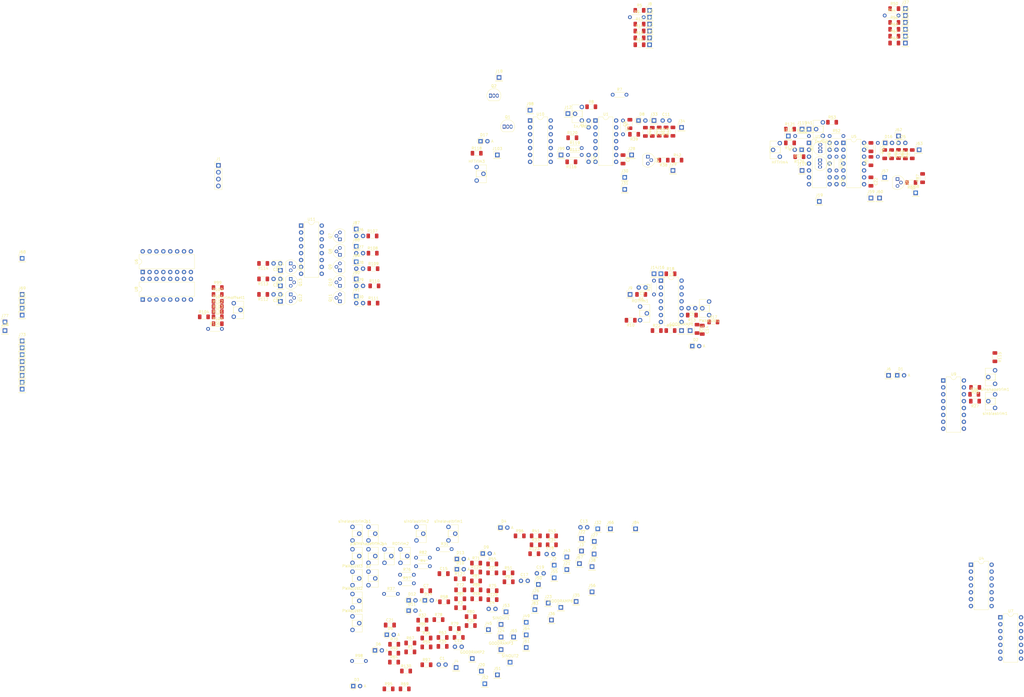
<source format=kicad_pcb>
(kicad_pcb (version 20211014) (generator pcbnew)
  (layers (0 "F.Cu" signal) (31 "B.Cu" signal) (34 "B.Paste" user) (35 "F.Paste" user) (36 "B.SilkS" user "B.Silkscreen") (37 "F.SilkS" user "F.Silkscreen") (38 "B.Mask" user) (39 "F.Mask" user) (44 "Edge.Cuts" user))
  (net 0 "")
  (net 1 "Net-(1v/Oct1-Pad1)")
  (net 2 "Net-(1v/Oct1-Pad2)")
  (net 3 "Net-(1v/Oct1-Pad3)")
  (net 4 "Net-(1v/Oct2-Pad1)")
  (net 5 "Net-(1v/Oct2-Pad2)")
  (net 6 "Net-(1v/Oct2-Pad3)")
  (net 7 "+12V")
  (net 8 "-12V")
  (net 9 "Net-(C2-Pad1)")
  (net 10 "GND")
  (net 11 "Net-(C3-Pad1)")
  (net 12 "Net-(C4-Pad1)")
  (net 13 "Net-(C5-Pad2)")
  (net 14 "Net-(C7-Pad1)")
  (net 15 "Net-(C7-Pad2)")
  (net 16 "Net-(C8-Pad1)")
  (net 17 "Net-(C8-Pad2)")
  (net 18 "Net-(C9-Pad1)")
  (net 19 "Net-(C9-Pad2)")
  (net 20 "Net-(C10-Pad1)")
  (net 21 "Net-(C10-Pad2)")
  (net 22 "Net-(C11-Pad1)")
  (net 23 "Net-(C12-Pad1)")
  (net 24 "Net-(C13-Pad1)")
  (net 25 "Net-(C14-Pad1)")
  (net 26 "Net-(C15-Pad1)")
  (net 27 "Net-(C16-Pad1)")
  (net 28 "Net-(C17-Pad1)")
  (net 29 "Net-(C18-Pad1)")
  (net 30 "Net-(C19-Pad2)")
  (net 31 "Net-(C21-Pad1)")
  (net 32 "Net-(C21-Pad2)")
  (net 33 "Net-(C22-Pad1)")
  (net 34 "Net-(C22-Pad2)")
  (net 35 "Net-(C23-Pad1)")
  (net 36 "Net-(C23-Pad2)")
  (net 37 "Net-(C24-Pad1)")
  (net 38 "Net-(C24-Pad2)")
  (net 39 "Net-(C25-Pad1)")
  (net 40 "Net-(C26-Pad1)")
  (net 41 "Net-(C26-Pad2)")
  (net 42 "Net-(C27-Pad1)")
  (net 43 "Net-(C27-Pad2)")
  (net 44 "Net-(C28-Pad1)")
  (net 45 "Net-(C28-Pad2)")
  (net 46 "Net-(C29-Pad1)")
  (net 47 "Net-(C29-Pad2)")
  (net 48 "Net-(C30-Pad1)")
  (net 49 "Net-(C30-Pad2)")
  (net 50 "Net-(C31-Pad1)")
  (net 51 "Net-(C31-Pad2)")
  (net 52 "Net-(C32-Pad1)")
  (net 53 "Net-(C32-Pad2)")
  (net 54 "Net-(C33-Pad1)")
  (net 55 "Net-(C33-Pad2)")
  (net 56 "Net-(C34-Pad1)")
  (net 57 "Net-(C34-Pad2)")
  (net 58 "Net-(C35-Pad1)")
  (net 59 "Net-(D1-Pad1)")
  (net 60 "Net-(D2-Pad1)")
  (net 61 "Net-(D4-Pad1)")
  (net 62 "Net-(D5-Pad1)")
  (net 63 "Net-(D9-Pad1)")
  (net 64 "Net-(D10-Pad1)")
  (net 65 "Net-(D12-Pad1)")
  (net 66 "Net-(D13-Pad1)")
  (net 67 "Net-(D17-Pad1)")
  (net 68 "Net-(D17-Pad2)")
  (net 69 "Net-(D18-Pad1)")
  (net 70 "Net-(D18-Pad2)")
  (net 71 "Net-(GOODRAMP1-Pad1)")
  (net 72 "Net-(GOODRAMP2-Pad1)")
  (net 73 "Net-(GOODRAMP3-Pad1)")
  (net 74 "Net-(GOODRAMP6-Pad1)")
  (net 75 "Net-(HFTrim3-Pad2)")
  (net 76 "Net-(C35-Pad2)")
  (net 77 "Net-(HFTrim4-Pad2)")
  (net 78 "Net-(J2-Pad1)")
  (net 79 "Net-(J3-Pad1)")
  (net 80 "Net-(J4-Pad1)")
  (net 81 "Net-(J5-Pad1)")
  (net 82 "Net-(J8-Pad1)")
  (net 83 "Net-(J9-Pad1)")
  (net 84 "Net-(J10-Pad1)")
  (net 85 "Net-(J11-Pad1)")
  (net 86 "Net-(J13-Pad1)")
  (net 87 "Net-(J14-Pad1)")
  (net 88 "Net-(J15-Pad1)")
  (net 89 "Net-(J16-Pad1)")
  (net 90 "Net-(J17-Pad1)")
  (net 91 "Net-(J19-Pad1)")
  (net 92 "Net-(J20-Pad1)")
  (net 93 "Net-(J21-Pad1)")
  (net 94 "Net-(J22-Pad1)")
  (net 95 "Net-(J23-Pad1)")
  (net 96 "Net-(J24-Pad1)")
  (net 97 "Net-(J26-Pad1)")
  (net 98 "Net-(J27-Pad1)")
  (net 99 "Net-(J29-Pad1)")
  (net 100 "Net-(J32-Pad1)")
  (net 101 "Net-(J37-Pad1)")
  (net 102 "Net-(J38-Pad1)")
  (net 103 "Net-(J39-Pad1)")
  (net 104 "Net-(J40-Pad1)")
  (net 105 "Net-(J42-Pad1)")
  (net 106 "Net-(J43-Pad1)")
  (net 107 "Net-(J44-Pad1)")
  (net 108 "Net-(J45-Pad1)")
  (net 109 "Net-(J46-Pad1)")
  (net 110 "Net-(J49-Pad1)")
  (net 111 "Net-(J50-Pad1)")
  (net 112 "Net-(J51-Pad1)")
  (net 113 "Net-(J52-Pad1)")
  (net 114 "Net-(J53-Pad1)")
  (net 115 "Net-(J55-Pad1)")
  (net 116 "Net-(J56-Pad1)")
  (net 117 "Net-(J58-Pad1)")
  (net 118 "Net-(J61-Pad1)")
  (net 119 "Net-(J64-Pad1)")
  (net 120 "Net-(J65-Pad1)")
  (net 121 "Net-(J66-Pad1)")
  (net 122 "Net-(J67-Pad1)")
  (net 123 "+5V")
  (net 124 "Net-(J69-Pad1)")
  (net 125 "Net-(J70-Pad1)")
  (net 126 "Net-(J71-Pad1)")
  (net 127 "Net-(J72-Pad1)")
  (net 128 "Net-(J73-Pad1)")
  (net 129 "Net-(J74-Pad1)")
  (net 130 "Net-(J75-Pad1)")
  (net 131 "Net-(J76-Pad1)")
  (net 132 "Net-(J77-Pad1)")
  (net 133 "Net-(J78-Pad1)")
  (net 134 "Net-(J79-Pad1)")
  (net 135 "Net-(J80-Pad1)")
  (net 136 "Net-(J81-Pad1)")
  (net 137 "Net-(J82-Pad1)")
  (net 138 "Net-(J99-Pad1)")
  (net 139 "Net-(J103-Pad1)")
  (net 140 "Net-(J116-Pad1)")
  (net 141 "Net-(J119-Pad1)")
  (net 154 "Net-(PWAdjust1-Pad1)")
  (net 155 "Net-(PWAdjust3-Pad1)")
  (net 156 "Net-(Q3-Pad2)")
  (net 157 "Net-(Q6-Pad2)")
  (net 158 "Net-(Q7-Pad2)")
  (net 159 "Net-(Q10-Pad3)")
  (net 160 "Net-(Q8-Pad2)")
  (net 161 "Net-(Q9-Pad2)")
  (net 162 "Net-(Q10-Pad2)")
  (net 163 "Net-(Q11-Pad2)")
  (net 164 "Net-(Q12-Pad2)")
  (net 165 "Net-(Q13-Pad2)")
  (net 166 "Net-(Q14-Pad2)")
  (net 167 "Net-(R1-Pad2)")
  (net 168 "Net-(R3-Pad2)")
  (net 169 "Net-(R10-Pad1)")
  (net 170 "Net-(R13-Pad2)")
  (net 171 "Net-(R18-Pad2)")
  (net 172 "Net-(R22-Pad2)")
  (net 173 "Net-(R25-Pad1)")
  (net 174 "Net-(R25-Pad2)")
  (net 175 "Net-(R27-Pad1)")
  (net 176 "Net-(R30-Pad1)")
  (net 177 "Net-(R30-Pad2)")
  (net 178 "Net-(R31-Pad1)")
  (net 179 "Net-(R33-Pad2)")
  (net 180 "Net-(R40-Pad2)")
  (net 181 "Net-(R44-Pad1)")
  (net 182 "Net-(R48-Pad2)")
  (net 183 "Net-(R55-Pad1)")
  (net 184 "Net-(R58-Pad2)")
  (net 185 "Net-(R64-Pad2)")
  (net 186 "Net-(R67-Pad2)")
  (net 187 "Net-(R70-Pad1)")
  (net 188 "Net-(R70-Pad2)")
  (net 189 "Net-(R72-Pad1)")
  (net 190 "Net-(R75-Pad1)")
  (net 191 "Net-(R75-Pad2)")
  (net 192 "Net-(R76-Pad1)")
  (net 193 "Net-(R78-Pad2)")
  (net 194 "Net-(R85-Pad2)")
  (net 195 "Net-(R89-Pad1)")
  (net 196 "Net-(R93-Pad2)")
  (net 197 "Net-(R99-Pad1)")
  (net 198 "Net-(R100-Pad2)")
  (net 199 "Net-(R100-Pad1)")
  (net 200 "Net-(R101-Pad1)")
  (net 201 "Net-(R102-Pad1)")
  (net 202 "Net-(R103-Pad1)")
  (net 203 "Net-(Q1-Pad1)")
  (net 204 "Net-(R104-Pad2)")
  (net 205 "Net-(R105-Pad1)")
  (net 206 "Net-(R106-Pad1)")
  (net 207 "Net-(R115-Pad2)")
  (net 208 "Net-(R123-Pad2)")
  (net 209 "Net-(R127-Pad2)")
  (net 210 "Net-(R128-Pad2)")
  (net 211 "Net-(ROTrim1-Pad2)")
  (net 212 "Net-(ROTrim2-Pad2)")
  (net 215 "Net-(Q4-Pad1)")
  (net 216 "Net-(R104-Pad1)")
  (net 217 "Net-(J18-Pad1)")
  (footprint "Package_DIP:DIP-14_W7.62mm" (layer "F.Cu") (at 193.05 -103.51)
    (fp_text reference "U12")
    (fp_text value "LM324")
  )
  (footprint "Resistor_SMD:R_1206_3216Metric_Pad1.30x1.75mm_HandSolder" (layer "F.Cu") (at 224.51 -147.955)
    (fp_text reference "R56")
    (fp_text value "100k")
  )
  (footprint "Potentiometer_THT:Potentiometer_ACP_CA6-H2,5_Horizontal" (layer "F.Cu") (at 24.685 71.12)
    (fp_text reference "PWAdjust4")
    (fp_text value "100k")
  )
  (footprint "Resistor_SMD:R_1206_3216Metric_Pad1.30x1.75mm_HandSolder" (layer "F.Cu") (at 234.95 -90.525 90)
    (fp_text reference "R87")
    (fp_text value "18k")
  )
  (footprint "Capacitor_SMD:C_1206_3216Metric_Pad1.33x1.80mm_HandSolder" (layer "F.Cu") (at 58.305 55.36)
    (fp_text reference "C15")
    (fp_text value "0.002uF")
  )
  (footprint "Connector_PinHeader_2.54mm:PinHeader_1x01_P2.54mm_Vertical" (layer "F.Cu") (at 190.5 -108.585)
    (fp_text reference "J115")
    (fp_text value "LININ")
  )
  (footprint "Capacitor_THT:C_Disc_D3.0mm_W2.0mm_P2.50mm" (layer "F.Cu") (at 139.085 -111.76)
    (fp_text reference "C11")
    (fp_text value "100pF")
  )
  (footprint "Connector_PinHeader_2.54mm:PinHeader_1x01_P2.54mm_Vertical" (layer "F.Cu") (at -97.145 -60.945)
    (fp_text reference "J68")
    (fp_text value "5v")
  )
  (footprint "Connector_PinHeader_2.54mm:PinHeader_1x01_P2.54mm_Vertical" (layer "F.Cu") (at 228.6 -150.495)
    (fp_text reference "J39")
    (fp_text value "TP2val")
  )
  (footprint "Package_DIP:DIP-14_W7.62mm" (layer "F.Cu") (at 263.635 71.47)
    (fp_text reference "U7")
    (fp_text value "LM324")
  )
  (footprint "Connector_PinHeader_2.54mm:PinHeader_1x01_P2.54mm_Vertical" (layer "F.Cu") (at -1.905 -45.085)
    (fp_text reference "J92")
    (fp_text value "6")
  )
  (footprint "Resistor_THT:R_Axial_DIN0204_L3.6mm_D1.6mm_P5.08mm_Horizontal" (layer "F.Cu") (at 203.2 -98.425 -90)
    (fp_text reference "R125")
    (fp_text value "1M")
  )
  (footprint "Connector_PinHeader_2.54mm:PinHeader_1x01_P2.54mm_Vertical" (layer "F.Cu") (at 190.5 -93.345)
    (fp_text reference "J119")
    (fp_text value "EXPOUT")
  )
  (footprint "Connector_PinHeader_2.54mm:PinHeader_1x01_P2.54mm_Vertical" (layer "F.Cu") (at 104.14 -114.3)
    (fp_text reference "J12")
    (fp_text value "LINOUT")
  )
  (footprint "Capacitor_THT:C_Disc_D3.0mm_W2.0mm_P2.50mm" (layer "F.Cu") (at -1.925 -47.625 180)
    (fp_text reference "C31")
    (fp_text value "C_Polarized 10uF")
  )
  (footprint "Connector_PinHeader_2.54mm:PinHeader_1x01_P2.54mm_Vertical" (layer "F.Cu") (at 215.9 -83.185)
    (fp_text reference "J59")
    (fp_text value "RAW")
  )
  (footprint "Connector_PinHeader_2.54mm:PinHeader_1x01_P2.54mm_Vertical" (layer "F.Cu") (at 68.865 86.67)
    (fp_text reference "GOODRAMP2")
    (fp_text value "GOODRAMPOUT")
  )
  (footprint "Resistor_SMD:R_1206_3216Metric_Pad1.30x1.75mm_HandSolder" (layer "F.Cu") (at 40.065 81.41)
    (fp_text reference "R70")
    (fp_text value "20k")
  )
  (footprint "Connector_PinHeader_2.54mm:PinHeader_1x01_P2.54mm_Vertical" (layer "F.Cu") (at 125.095 -90.805)
    (fp_text reference "J30")
    (fp_text value "RAW")
  )
  (footprint "Connector_PinHeader_2.54mm:PinHeader_1x01_P2.54mm_Vertical" (layer "F.Cu") (at 99.085 56.89)
    (fp_text reference "J55")
    (fp_text value "PWAdjIn")
  )
  (footprint "Connector_PinHeader_2.54mm:PinHeader_1x01_P2.54mm_Vertical" (layer "F.Cu") (at 113.805 48.12)
    (fp_text reference "J5")
    (fp_text value "TP2-")
  )
  (footprint "Package_TO_SOT_THT:TO-92" (layer "F.Cu") (at 1.905 -47.625 -90)
    (fp_text reference "Q12")
    (fp_text value "2N3906")
  )
  (footprint "Resistor_SMD:R_1206_3216Metric_Pad1.30x1.75mm_HandSolder" (layer "F.Cu") (at 254.355 -13.335 180)
    (fp_text reference "R25")
    (fp_text value "20k")
  )
  (footprint "Package_TO_SOT_THT:TO-92" (layer "F.Cu") (at 20.045 -45.085 90)
    (fp_text reference "Q11")
    (fp_text value "2N3906")
  )
  (footprint "Diode_THT:D_DO-35_SOD27_P2.54mm_Vertical_AnodeUp" (layer "F.Cu") (at 51.386371 65.221371)
    (fp_text reference "D14")
    (fp_text value "DIODE")
  )
  (footprint "Diode_THT:D_DO-35_SOD27_P2.54mm_Vertical_AnodeUp" (layer "F.Cu") (at 45.386371 68.991371)
    (fp_text reference "D11")
    (fp_text value "DIODE")
  )
  (footprint "Capacitor_THT:C_Disc_D3.0mm_W2.0mm_P2.50mm" (layer "F.Cu") (at 56.515 88.9)
    (fp_text reference "C1")
    (fp_text value ".1uF")
  )
  (footprint "Diode_THT:D_DO-35_SOD27_P2.54mm_Vertical_AnodeUp" (layer "F.Cu") (at 32.976371 83.671371)
    (fp_text reference "D6")
    (fp_text value "DIODE")
  )
  (footprint "Connector_PinHeader_2.54mm:PinHeader_1x01_P2.54mm_Vertical" (layer "F.Cu") (at 26.055 -71.725)
    (fp_text reference "J87")
    (fp_text value "1")
  )
  (footprint "Capacitor_SMD:C_1206_3216Metric_Pad1.33x1.80mm_HandSolder" (layer "F.Cu") (at 124.46 -97.4475 -90)
    (fp_text reference "C8")
    (fp_text value "0.005uF")
  )
  (footprint "Resistor_THT:R_Axial_DIN0204_L3.6mm_D1.6mm_P5.08mm_Horizontal" (layer "F.Cu") (at 42.235 55.77)
    (fp_text reference "R76")
    (fp_text value "1M")
  )
  (footprint "Potentiometer_THT:Potentiometer_ACP_CA6-H2,5_Horizontal" (layer "F.Cu") (at 48.285 38.12)
    (fp_text reference "sinbiastrim2")
    (fp_text value "100k")
  )
  (footprint "Resistor_THT:R_Axial_DIN0204_L3.6mm_D1.6mm_P5.08mm_Horizontal" (layer "F.Cu") (at 56.165 46.32)
    (fp_text reference "R31")
    (fp_text value "1M")
  )
  (footprint "Connector_PinHeader_2.54mm:PinHeader_1x01_P2.54mm_Vertical" (layer "F.Cu") (at 146.05 -109.22)
    (fp_text reference "J34")
    (fp_text value "SYNC")
  )
  (footprint "Resistor_SMD:R_1206_3216Metric_Pad1.30x1.75mm_HandSolder" (layer "F.Cu") (at 76.325 64.94)
    (fp_text reference "R128")
    (fp_text value "100k")
  )
  (footprint "Resistor_SMD:R_1206_3216Metric_Pad1.30x1.75mm_HandSolder" (layer "F.Cu") (at 50.455 75.81)
    (fp_text reference "R86")
    (fp_text value "4.7k")
  )
  (footprint "Resistor_SMD:R_1206_3216Metric_Pad1.30x1.75mm_HandSolder" (layer "F.Cu") (at 86.355 41.43)
    (fp_text reference "R96")
    (fp_text value "10k")
  )
  (footprint "Connector_PinHeader_2.54mm:PinHeader_1x01_P2.54mm_Vertical" (layer "F.Cu") (at -97.145 -22.845)
    (fp_text reference "J76")
    (fp_text value "D3")
  )
  (footprint "Resistor_SMD:R_1206_3216Metric_Pad1.30x1.75mm_HandSolder" (layer "F.Cu") (at 231.14 -99.34 90)
    (fp_text reference "R94")
    (fp_text value "100k")
  )
  (footprint "Resistor_THT:R_Axial_DIN0204_L3.6mm_D1.6mm_P5.08mm_Horizontal" (layer "F.Cu") (at 120.65 -121.285)
    (fp_text reference "R7")
    (fp_text value "100k TEMPCO")
  )
  (footprint "Resistor_SMD:R_1206_3216Metric_Pad1.30x1.75mm_HandSolder" (layer "F.Cu") (at 82.275 58.36)
    (fp_text reference "R93")
    (fp_text value "1k")
  )
  (footprint "Resistor_SMD:R_1206_3216Metric_Pad1.30x1.75mm_HandSolder" (layer "F.Cu") (at 201.575 -111.125)
    (fp_text reference "R53")
    (fp_text value "475")
  )
  (footprint "Resistor_SMD:R_1206_3216Metric_Pad1.30x1.75mm_HandSolder" (layer "F.Cu") (at 64.425 67.92)
    (fp_text reference "R3")
    (fp_text value "100k")
  )
  (footprint "Package_TO_SOT_THT:TO-92" (layer "F.Cu") (at 225.7 -90.17 -90)
    (fp_text reference "Q6")
    (fp_text value "2N3904")
  )
  (footprint "Resistor_SMD:R_1206_3216Metric_Pad1.30x1.75mm_HandSolder" (layer "F.Cu") (at 44.445 91.28)
    (fp_text reference "R130")
    (fp_text value "100k")
  )
  (footprint "Resistor_SMD:R_1206_3216Metric_Pad1.30x1.75mm_HandSolder" (layer "F.Cu") (at 224.51 -145.415)
    (fp_text reference "R60")
    (fp_text value "100k")
  )
  (footprint "Connector_PinHeader_2.54mm:PinHeader_1x01_P2.54mm_Vertical" (layer "F.Cu") (at 129.105 38.82)
    (fp_text reference "J84")
    (fp_text value "GND")
  )
  (footprint "Potentiometer_THT:Potentiometer_ACP_CA6-H2,5_Horizontal" (layer "F.Cu") (at -19.095 -44.395)
    (fp_text reference "trimoffset1")
    (fp_text value "100k")
  )
  (footprint "Resistor_THT:R_Axial_DIN0204_L3.6mm_D1.6mm_P5.08mm_Horizontal" (layer "F.Cu") (at -28.565 -34.91)
    (fp_text reference "R106")
    (fp_text value "1M")
  )
  (footprint "Connector_PinHeader_2.54mm:PinHeader_1x01_P2.54mm_Vertical" (layer "F.Cu") (at 84.115 78.73)
    (fp_text reference "J65")
    (fp_text value "TP2+")
  )
  (footprint "Resistor_THT:R_Axial_DIN0204_L3.6mm_D1.6mm_P5.08mm_Horizontal" (layer "F.Cu") (at 200.66 -106.045)
    (fp_text reference "R52")
    (fp_text value "100k TEMPCO")
  )
  (footprint "Connector_PinHeader_2.54mm:PinHeader_1x01_P2.54mm_Vertical" (layer "F.Cu") (at 88.765 77.94)
    (fp_text reference "J64")
    (fp_text value "TP1+")
  )
  (footprint "Resistor_THT:R_Axial_DIN0204_L3.6mm_D1.6mm_P5.08mm_Horizontal" (layer "F.Cu") (at 48.135 52.62)
    (fp_text reference "R4")
    (fp_text value "47k")
  )
  (footprint "Connector_PinHeader_2.54mm:PinHeader_1x01_P2.54mm_Vertical" (layer "F.Cu") (at 81.325 69.43)
    (fp_text reference "J53")
    (fp_text value "PWAdjOut")
  )
  (footprint "Diode_THT:D_DO-35_SOD27_P2.54mm_Vertical_AnodeUp" (layer "F.Cu") (at 45.386371 65.221371)
    (fp_text reference "D12")
    (fp_text value "DIODE")
  )
  (footprint "Resistor_SMD:R_1206_3216Metric_Pad1.30x1.75mm_HandSolder" (layer "F.Cu") (at 130.53 -147.32)
    (fp_text reference "R11")
    (fp_text value "100k")
  )
  (footprint "Resistor_SMD:R_1206_3216Metric_Pad1.30x1.75mm_HandSolder" (layer "F.Cu") (at -25.035 -41.26)
    (fp_text reference "R103")
    (fp_text value "130k")
  )
  (footprint "Resistor_SMD:R_1206_3216Metric_Pad1.30x1.75mm_HandSolder" (layer "F.Cu") (at 51.965 88.97)
    (fp_text reference "R97")
    (fp_text value "100k")
  )
  (footprint "Package_DIP:DIP-16_W7.62mm" (layer "F.Cu") (at -52.69 -45.73 90)
    (fp_text reference "U8")
    (fp_text value "74LS283")
  )
  (footprint "Resistor_SMD:R_1206_3216Metric_Pad1.30x1.75mm_HandSolder" (layer "F.Cu") (at 149.86 -40.005 180)
    (fp_text reference "R13")
    (fp_text value "10k")
  )
  (footprint "Resistor_SMD:R_1206_3216Metric_Pad1.30x1.75mm_HandSolder" (layer "F.Cu") (at 32.76 -50.77)
    (fp_text reference "R110")
    (fp_text value "120")
  )
  (footprint "Connector_PinHeader_2.54mm:PinHeader_1x01_P2.54mm_Vertical" (layer "F.Cu") (at 134.265 -142.24)
    (fp_text reference "J15")
    (fp_text value "CVIN 3")
  )
  (footprint "Resistor_SMD:R_1206_3216Metric_Pad1.30x1.75mm_HandSolder" (layer "F.Cu") (at 112.75 -116.84)
    (fp_text reference "R8")
    (fp_text value "475")
  )
  (footprint "Resistor_SMD:R_1206_3216Metric_Pad1.30x1.75mm_HandSolder" (layer "F.Cu") (at -25.035 -43.165)
    (fp_text reference "R102")
    (fp_text value "62k")
  )
  (footprint "Package_TO_SOT_THT:TO-92" (layer "F.Cu") (at 133.625 -98.425 -90)
    (fp_text reference "Q3")
    (fp_text value "2N3904")
  )
  (footprint "Connector_PinHeader_2.54mm:PinHeader_1x01_P2.54mm_Vertical" (layer "F.Cu") (at 79.465 74.08)
    (fp_text reference "SINOUT1")
    (fp_text value "SINOUT")
  )
  (footprint "Resistor_SMD:R_1206_3216Metric_Pad1.30x1.75mm_HandSolder" (layer "F.Cu") (at 135.255 -107.595 -90)
    (fp_text reference "R45")
    (fp_text value "2k")
  )
  (footprint "Connector_PinHeader_2.54mm:PinHeader_1x01_P2.54mm_Vertical" (layer "F.Cu") (at 26.055 -59.66)
    (fp_text reference "J89")
    (fp_text value "3")
  )
  (footprint "Connector_PinHeader_2.54mm:PinHeader_1x01_P2.54mm_Vertical" (layer "F.Cu") (at 72.215 91.32)
    (fp_text reference "J20")
    (fp_text value "PWAdj5%")
  )
  (footprint "Resistor_SMD:R_1206_3216Metric_Pad1.30x1.75mm_HandSolder" (layer "F.Cu") (at 105.41 -96.52 180)
    (fp_text reference "R116")
    (fp_text value "100k")
  )
  (footprint "Potentiometer_THT:Potentiometer_ACP_CA6-H2,5_Horizontal" (layer "F.Cu") (at 30.585 54.62)
    (fp_text reference "p2")
    (fp_text value "100k")
  )
  (footprint "Potentiometer_THT:Potentiometer_ACP_CA6-H2,5_Horizontal" (layer "F.Cu") (at 24.685 54.62)
    (fp_text reference "PWAdjust3")
    (fp_text value "10k")
  )
  (footprint "Connector_PinHeader_2.54mm:PinHeader_1x01_P2.54mm_Vertical" (layer "F.Cu") (at 103.735 53.86)
    (fp_text reference "J21")
    (fp_text value "PWAdj90%")
  )
  (footprint "Package_TO_SOT_THT:TO-92_Inline" (layer "F.Cu") (at 80.645 -109.495)
    (fp_text reference "Q1")
    (fp_text value "2N3904")
  )
  (footprint "Potentiometer_THT:Potentiometer_ACP_CA6-H2,5_Horizontal" (layer "F.Cu") (at 30.585 46.37)
    (fp_text reference "sinshapetrim2")
    (fp_text value "100k")
  )
  (footprint "Diode_THT:D_DO-35_SOD27_P2.54mm_Vertical_AnodeUp" (layer "F.Cu") (at 37.356371 77.881371)
    (fp_text reference "D5")
    (fp_text value "DIODE")
  )
  (footprint "Connector_PinHeader_2.54mm:PinHeader_1x01_P2.54mm_Vertical" (layer "F.Cu") (at -97.145 -20.305)
    (fp_text reference "J79")
    (fp_text value "D4")
  )
  (footprint "Resistor_THT:R_Axial_DIN0204_L3.6mm_D1.6mm_P5.08mm_Horizontal" (layer "F.Cu") (at 220.98 -150.495)
    (fp_text reference "R54")
    (fp_text value "1M")
  )
  (footprint "Resistor_SMD:R_1206_3216Metric_Pad1.30x1.75mm_HandSolder" (layer "F.Cu") (at 224.51 -142.875)
    (fp_text reference "R61")
    (fp_text value "100k")
  )
  (footprint "Package_DIP:DIP-16_W7.62mm" (layer "F.Cu") (at 242.57 -15.875)
    (fp_text reference "U9")
    (fp_text value "LM13700")
  )
  (footprint "Resistor_SMD:R_1206_3216Metric_Pad1.30x1.75mm_HandSolder" (layer "F.Cu") (at 68.305 71.21)
    (fp_text reference "R80")
    (fp_text value "100k")
  )
  (footprint "Resistor_SMD:R_1206_3216Metric_Pad1.30x1.75mm_HandSolder" (layer "F.Cu") (at 64.285 57.26)
    (fp_text reference "R127")
    (fp_text value "100k")
  )
  (footprint "Potentiometer_THT:Potentiometer_ACP_CA6-H2,5_Horizontal" (layer "F.Cu") (at 261.675 -5.755 180)
    (fp_text reference "sinbiastrim1")
    (fp_text value "100k")
  )
  (footprint "Connector_PinHeader_2.54mm:PinHeader_1x01_P2.54mm_Vertical" (layer "F.Cu") (at 135.89 -55.245)
    (fp_text reference "J14")
    (fp_text value "RAMPOUT")
  )
  (footprint "Resistor_SMD:R_1206_3216Metric_Pad1.30x1.75mm_HandSolder" (layer "F.Cu") (at 189.51 -98.425 180)
    (fp_text reference "R126")
    (fp_text value "10k")
  )
  (footprint "Diode_THT:D_DO-35_SOD27_P2.54mm_Vertical_AnodeUp" (layer "F.Cu") (at 190.344315 -100.965 180)
    (fp_text reference "D18")
    (fp_text value "DIODE")
  )
  (footprint "Potentiometer_THT:Potentiometer_ACP_CA6-H2,5_Horizontal" (layer "F.Cu") (at 109.275 -111.76 180)
    (fp_text reference "1v/Oct1")
    (fp_text value "100")
  )
  (footprint "Connector_PinHeader_2.54mm:PinHeader_1x01_P2.54mm_Vertical" (layer "F.Cu") (at 73.485 95.97)
    (fp_text reference "J52")
    (fp_text value "PWAdj90%")
  )
  (footprint "Connector_PinHeader_2.54mm:PinHeader_1x04_P2.54mm_Vertical" (layer "F.Cu") (at -24.765 -95.24)
    (fp_text reference "J1")
    (fp_text value "Power")
  )
  (footprint "Resistor_SMD:R_1206_3216Metric_Pad1.30x1.75mm_HandSolder" (layer "F.Cu") (at 261.62 -24.485 -90)
    (fp_text reference "R115")
    (fp_text value "1k")
  )
  (footprint "Resistor_SMD:R_1206_3216Metric_Pad1.30x1.75mm_HandSolder" (layer "F.Cu") (at 215.9 -96.8 90)
    (fp_text reference "R84")
    (fp_text value "10k")
  )
  (footprint "Resistor_SMD:R_1206_3216Metric_Pad1.30x1.75mm_HandSolder" (layer "F.Cu") (at -8.255 -53.34 180)
    (fp_text reference "R113")
    (fp_text value "120")
  )
  (footprint "Capacitor_THT:C_Disc_D3.0mm_W2.0mm_P2.50mm" (layer "F.Cu") (at 86.825 58.01)
    (fp_text reference "C17")
    (fp_text value "1uF")
  )
  (footprint "Resistor_SMD:R_1206_3216Metric_Pad1.30x1.75mm_HandSolder" (layer "F.Cu") (at -8.255 -59.055 180)
    (fp_text reference "R114")
    (fp_text value "120")
  )
  (footprint "Connector_PinHeader_2.54mm:PinHeader_1x01_P2.54mm_Vertical" (layer "F.Cu") (at 101.6 -99.06)
    (fp_text reference "J99")
    (fp_text value "LIN Adj")
  )
  (footprint "Resistor_SMD:R_1206_3216Metric_Pad1.30x1.75mm_HandSolder" (layer "F.Cu") (at -25.035 -36.815)
    (fp_text reference "R105")
    (fp_text value "500k")
  )
  (footprint "Connector_PinHeader_2.54mm:PinHeader_1x01_P2.54mm_Vertical" (layer "F.Cu") (at 88.765 73.29)
    (fp_text reference "J49")
    (fp_text value "PWAdj5%")
  )
  (footprint "Connector_PinHeader_2.54mm:PinHeader_1x01_P2.54mm_Vertical" (layer "F.Cu") (at -97.145 -17.765)
    (fp_text reference "J80")
    (fp_text value "D5")
  )
  (footprint "Resistor_SMD:R_1206_3216Metric_Pad1.30x1.75mm_HandSolder" (layer "F.Cu") (at 226.06 -99.415 -90)
    (fp_text reference "R89")
    (fp_text value "1k")
  )
  (footprint "Connector_PinHeader_2.54mm:PinHeader_1x01_P2.54mm_Vertical" (layer "F.Cu") (at 93.225 59.34)
    (fp_text reference "J50")
    (fp_text value "PWAdj90%")
  )
  (footprint "Connector_PinHeader_2.54mm:PinHeader_1x01_P2.54mm_Vertical" (layer "F.Cu") (at -1.905 -56.515)
    (fp_text reference "J94")
    (fp_text value "8")
  )
  (footprint "Resistor_SMD:R_1206_3216Metric_Pad1.30x1.75mm_HandSolder" (layer "F.Cu") (at 32.405 -57.12)
    (fp_text reference "R109")
    (fp_text value "120")
  )
  (footprint "Diode_THT:D_DO-35_SOD27_P2.54mm_Vertical_AnodeUp" (layer "F.Cu") (at 130.175 -111.76)
    (fp_text reference "D8")
    (fp_text value "DIODE")
  )
  (footprint "Resistor_SMD:R_1206_3216Metric_Pad1.30x1.75mm_HandSolder" (layer "F.Cu") (at 91.745 48.01)
    (fp_text reference "R123")
    (fp_text value "1k")
  )
  (footprint "Potentiometer_THT:Potentiometer_ACP_CA6-H2,5_Horizontal" (layer "F.Cu") (at 130.755 -43.14)
    (fp_text reference "ROTrim1")
    (fp_text value "10k")
  )
  (footprint "Resistor_SMD:R_1206_3216Metric_Pad1.30x1.75mm_HandSolder" (layer "F.Cu") (at 43.935 97.86)
    (fp_text reference "R69")
    (fp_text value "1k")
  )
  (footprint "Resistor_SMD:R_1206_3216Metric_Pad1.30x1.75mm_HandSolder" (layer "F.Cu") (at 132.715 -107.595 -90)
    (fp_text reference "R46")
    (fp_text value "10k")
  )
  (footprint "Capacitor_SMD:C_1206_3216Metric_Pad1.33x1.80mm_HandSolder" (layer "F.Cu") (at 153.67 -34.5825 -90)
    (fp_text reference "C14")
    (fp_text value "0.002uF")
  )
  (footprint "Resistor_THT:R_Axial_DIN0204_L3.6mm_D1.6mm_P5.08mm_Horizontal" (layer "F.Cu") (at 135.89 -47.625 90)
    (fp_text reference "R12")
    (fp_text value "47k")
  )
  (footprint "Connector_PinHeader_2.54mm:PinHeader_1x01_P2.54mm_Vertical" (layer "F.Cu") (at -1.905 -50.8)
    (fp_text reference "J93")
    (fp_text value "7")
  )
  (footprint "Package_DIP:DIP-14_W7.62mm" (layer "F.Cu") (at 114.3 -111.76)
    (fp_text reference "U1")
    (fp_text value "LM324")
  )
  (footprint "Resistor_SMD:R_1206_3216Metric_Pad1.30x1.75mm_HandSolder" (layer "F.Cu") (at 57.915 78.9)
    (fp_text reference "R63")
    (fp_text value "10k")
  )
  (footprint "Resistor_SMD:R_1206_3216Metric_Pad1.30x1.75mm_HandSolder" (layer "F.Cu") (at 92.255 44.72)
    (fp_text reference "R33")
    (fp_text value "10k")
  )
  (footprint "Resistor_SMD:R_1206_3216Metric_Pad1.30x1.75mm_HandSolder" (layer "F.Cu") (at 130.53 -139.7)
    (fp_text reference "R16")
    (fp_text value "100k")
  )
  (footprint "Potentiometer_THT:Potentiometer_ACP_CA6-H2,5_Horizontal" (layer "F.Cu") (at 156.21 -40.005 180)
    (fp_text reference "PWAdjust1")
    (fp_text value "10k")
  )
  (footprint "Resistor_SMD:R_1206_3216Metric_Pad1.30x1.75mm_HandSolder" (layer "F.Cu") (at 68.305 74.5)
    (fp_text reference "R30")
    (fp_text value "100k")
  )
  (footprint "Resistor_THT:R_Axial_DIN0204_L3.6mm_D1.6mm_P5.08mm_Horizontal" (layer "F.Cu") (at 104.14 -101.6)
    (fp_text reference "R119")
    (fp_text value "1M")
  )
  (footprint "Resistor_SMD:R_1206_3216Metric_Pad1.30x1.75mm_HandSolder" (layer "F.Cu") (at 70.285 51.47)
    (fp_text reference "R71")
    (fp_text value "1k")
  )
  (footprint "Connector_PinHeader_2.54mm:PinHeader_1x01_P2.54mm_Vertical" (layer "F.Cu") (at 196.85 -81.915)
    (fp_text reference "J19")
    (fp_text value "EXPOUT")
  )
  (footprint "Resistor_SMD:R_1206_3216Metric_Pad1.30x1.75mm_HandSolder" (layer "F.Cu") (at -30.115 -39.355)
    (fp_text reference "R104")
    (fp_text value "100k")
  )
  (footprint "Potentiometer_THT:Potentiometer_ACP_CA6-H2,5_Horizontal" (layer "F.Cu") (at 24.685 62.87)
    (fp_text reference "PWAdjust2")
    (fp_text value "100k")
  )
  (footprint "Resistor_THT:R_Axial_DIN0204_L3.6mm_D1.6mm_P5.08mm_Horizontal" (layer "F.Cu") (at 187.96 -106.045)
    (fp_text reference "R122")
    (fp_text value "1M")
  )
  (footprint "Resistor_SMD:R_1206_3216Metric_Pad1.30x1.75mm_HandSolder" (layer "F.Cu") (at 46.015 84.22)
    (fp_text reference "R1")
    (fp_text value "100k")
  )
  (footprint "Connector_PinHeader_2.54mm:PinHeader_1x01_P2.54mm_Vertical" (layer "F.Cu") (at 26.055 -46.96)
    (fp_text reference "J91")
    (fp_text value "5")
  )
  (footprint "Capacitor_THT:C_Disc_D3.0mm_W2.0mm_P2.50mm" (layer "F.Cu") (at 203.2 -100.985 90)
    (fp_text reference "C16")
    (fp_text value "100pF")
  )
  (footprint "Resistor_SMD:R_1206_3216Metric_Pad1.30x1.75mm_HandSolder" (layer "F.Cu") (at 142.875 -107.67 90)
    (fp_text reference "R49")
    (fp_text value "100k")
  )
  (footprint "Capacitor_THT:C_Disc_D3.0mm_W2.0mm_P2.50mm" (layer "F.Cu") (at 96.295 48.14)
    (fp_text reference "C18")
    (fp_text value "1uF")
  )
  (footprint "Connector_PinHeader_2.54mm:PinHeader_1x01_P2.54mm_Vertical" (layer "F.Cu") (at 232.41 -85.09)
    (fp_text reference "J58")
    (fp_text value "JUMPER00")
  )
  (footprint "Resistor_THT:R_Axial_DIN0204_L3.6mm_D1.6mm_P5.08mm_Horizontal" (layer "F.Cu") (at 24.535 87.57)
    (fp_text reference "R98")
    (fp_text value "47k")
  )
  (footprint "Resistor_THT:R_Axial_DIN0204_L3.6mm_D1.6mm_P5.08mm_Horizontal" (layer "F.Cu") (at 124.46 -111.76 -90)
    (fp_text reference "R47")
    (fp_text value "1M")
  )
  (footprint "Connector_PinHeader_2.54mm:PinHeader_1x01_P2.54mm_Vertical" (layer "F.Cu") (at -97.145 -12.685)
    (fp_text reference "J82")
    (fp_text value "D7")
  )
  (footprint "Resistor_THT:R_Axial_DIN0204_L3.6mm_D1.6mm_P5.08mm_Horizontal" (layer "F.Cu") (at 48.135 49.47)
    (fp_text reference "R82")
    (fp_text value "10M")
  )
  (footprint "Diode_THT:D_DO-35_SOD27_P2.54mm_Vertical_AnodeUp" (layer "F.Cu") (at 225.580686 -17.78)
    (fp_text reference "D1")
    (fp_text value "DIODE")
  )
  (footprint "Resistor_SMD:R_1206_3216Metric_Pad1.30x1.75mm_HandSolder" (layer "F.Cu") (at 40.015 87.99)
    (fp_text reference "R64")
    (fp_text value "10k")
  )
  (footprint "Package_TO_SOT_THT:TO-92" (layer "F.Cu") (at 20.045 -67.945 90)
    (fp_text reference "Q7")
    (fp_text value "2N3906")
  )
  (footprint "Resistor_SMD:R_1206_3216Metric_Pad1.30x1.75mm_HandSolder" (layer "F.Cu") (at 131.165 -47.625 180)
    (fp_text reference "R6")
    (fp_text value "10k")
  )
  (footprint "Connector_PinHeader_2.54mm:PinHeader_1x01_P2.54mm_Vertical" (layer "F.Cu") (at 134.265 -139.7)
    (fp_text reference "J17")
    (fp_text value "CVIN 4")
  )
  (footprint "Resistor_SMD:R_1206_3216Metric_Pad1.30x1.75mm_HandSolder" (layer "F.Cu") (at 64.425 64.63)
    (fp_text reference "R85")
    (fp_text value "4.7k")
  )
  (footprint "Connector_PinHeader_2.54mm:PinHeader_1x01_P2.54mm_Vertical" (layer "F.Cu") (at 228.6 -153.035)
    (fp_text reference "J37")
    (fp_text value "TP1val")
  )
  (footprint "Package_DIP:DIP-14_W7.62mm" (layer "F.Cu") (at 90.18 -111.765)
    (fp_text reference "U10")
    (fp_text value "LM324")
  )
  (footprint "Potentiometer_THT:Potentiometer_ACP_CA6-H2,5_Horizontal" (layer "F.Cu") (at 24.685 38.12)
    (fp_text reference "sineleveltrim2")
    (fp_text value "1M")
  )
  (footprint "Resistor_THT:R_Axial_DIN0204_L3.6mm_D1.6mm_P5.08mm_Horizontal" (layer "F.Cu") (at 218.44 -103.505 -90)
    (fp_text reference "R92")
    (fp_text value "1M")
  )
  (footprint "Capacitor_THT:C_Disc_D3.0mm_W2.0mm_P2.50mm" (layer "F.Cu") (at 132.77 -50.165 180)
    (fp_text reference "C2")
    (fp_text value "0.1uF")
  )
  (footprint "Capacitor_THT:C_Disc_D3.0mm_W2.0mm_P2.50mm" (layer "F.Cu") (at 111.76 -99.04 -90)
    (fp_text reference "C34")
    (fp_text value "100pF")
  )
  (footprint "Connector_PinHeader_2.54mm:PinHeader_1x01_P2.54mm_Vertical" (layer "F.Cu") (at 193.04 -108.585)
    (fp_text reference "J41")
    (fp_text value "LINOUT")
  )
  (footprint "Connector_PinHeader_2.54mm:PinHeader_1x01_P2.54mm_Vertical" (layer "F.Cu") (at 119.805 38.82)
    (fp_text reference "J66")
    (fp_text value "TP1-")
  )
  (footprint "Resistor_SMD:R_1206_3216Metric_Pad1.30x1.75mm_HandSolder" (layer "F.Cu") (at 92.305 41.43)
    (fp_text reference "R41")
    (fp_text value "4.7k")
  )
  (footprint "Resistor_SMD:R_1206_3216Metric_Pad1.30x1.75mm_HandSolder" (layer "F.Cu") (at 76.325 61.65)
    (fp_text reference "R75")
    (fp_text value "100k")
  )
  (footprint "Potentiometer_THT:Potentiometer_ACP_CA6-H2,5_Horizontal" (layer "F.Cu") (at 198.175 -106.085 180)
    (fp_text reference "1v/Oct2")
    (fp_text value "100")
  )
  (footprint "Capacitor_THT:C_Disc_D3.0mm_W2.0mm_P2.50mm" (layer "F.Cu") (at 26.075 -44.42)
    (fp_text reference "C30")
    (fp_text value "C_Polarized 10uF")
  )
  (footprint "Resistor_SMD:R_1206_3216Metric_Pad1.30x1.75mm_HandSolder" (layer "F.Cu") (at 37.985 97.86)
    (fp_text reference "R95")
    (fp_text value "100k")
  )
  (footprint "Connector_PinHeader_2.54mm:PinHeader_1x01_P2.54mm_Vertical" (layer "F.Cu") (at 228.6 -147.955)
    (fp_text reference "J40")
    (fp_text value "CVIN 1")
  )
  (footprint "Connector_PinHeader_2.54mm:PinHeader_1x01_P2.54mm_Vertical" (layer "F.Cu") (at 74.815 76.01)
    (fp_text reference "J45")
    (fp_text value "RAMPIN")
  )
  (footprint "Connector_PinHeader_2.54mm:PinHeader_1x01_P2.54mm_Vertical" (layer "F.Cu") (at 125.095 -86.36)
    (fp_text reference "J31")
    (fp_text value "RAWOUT")
  )
  (footprint "Capacitor_THT:C_Disc_D3.0mm_W2.0mm_P2.50mm" (layer "F.Cu") (at 26.075 -62.835)
    (fp_text reference "C27")
    (fp_text value "C_Polarized 10uF")
  )
  (footprint "Potentiometer_THT:Potentiometer_ACP_CA6-H2,5_Horizontal" (layer "F.Cu") (at 42.385 46.37)
    (fp_text reference "ROTrim2")
    (fp_text value "10k")
  )
  (footprint "Resistor_SMD:R_1206_3216Metric_Pad1.30x1.75mm_HandSolder" (layer "F.Cu") (at 32.125 -62.835)
    (fp_text reference "R108")
    (fp_text value "120")
  )
  (footprint "Connector_PinHeader_2.54mm:PinHeader_1x01_P2.54mm_Vertical" (layer "F.Cu") (at -97.145 -47.61)
    (fp_text reference "J69")
    (fp_text value "A0")
  )
  (footprint "Connector_PinHeader_2.54mm:PinHeader_1x01_P2.54mm_Vertical" (layer "F.Cu") (at -97.145 -15.225)
    (fp_text reference "J81")
    (fp_text value "D6")
  )
  (footprint "Package_TO_SOT_THT:TO-92_Inline" (layer "F.Cu") (at 197.125 -97.155 -90)
    (fp_text reference "Q5")
    (fp_text value "2N3904")
  )
  (footprint "Resistor_THT:R_Axial_DIN0204_L3.6mm_D1.6mm_P5.08mm_Horizontal" (layer "F.Cu") (at 42.235 58.92)
    (fp_text reference "R57")
    (fp_text value "47k")
  )
  (footprint "Connector_PinHeader_2.54mm:PinHeader_1x01_P2.54mm_Vertical" (layer "F.Cu") (at -103.495 -34.275)
    (fp_text reference "J78")
    (fp_text value "CS")
  )
  (footprint "Resistor_SMD:R_1206_3216Metric_Pad1.30x1.75mm_HandSolder" (layer "F.Cu") (at 141.96 -55.245)
    (fp_text reference "R18")
    (fp_text value "10k")
  )
  (footprint "Capacitor_THT:C_Disc_D3.0mm_W2.0mm_P2.50mm" (layer "F.Cu") (at 151.11 -42.545 180)
    (fp_text reference "C5")
    (fp_text value "0.1uF")
  )
  (footprint "Package_DIP:DIP-14_W7.62mm" (layer "F.Cu") (at 138.44 -52.71)
    (fp_text reference "U3")
    (fp_text value "LM324")
  )
  (footprint "Potentiometer_THT:Potentiometer_ACP_CA6-H2,5_Horizontal" (layer "F.Cu") (at 261.675 -14.645 180)
    (fp_text reference "sinshapetrim1")
    (fp_text value "100k")
  )
  (footprint "Resistor_THT:R_Axial_DIN0204_L3.6mm_D1.6mm_P5.08mm_Horizontal" (layer "F.Cu") (at 36.335 62.82)
    (fp_text reference "R37")
    (fp_text value "10M")
  )
  (footprint "Resistor_SMD:R_1206_3216Metric_Pad1.30x1.75mm_HandSolder" (layer "F.Cu") (at -8.255 -47.625 180)
    (fp_text reference "R112")
    (fp_text value "120")
  )
  (footprint "Resistor_SMD:R_1206_3216Metric_Pad1.30x1.75mm_HandSolder" (layer "F.Cu") (at 70.375 61.34)
    (fp_text reference "R88")
    (fp_text value "3k")
  )
  (footprint "Resistor_SMD:R_1206_3216Metric_Pad1.30x1.75mm_HandSolder" (layer "F.Cu") (at 32.05 -69.185)
    (fp_text reference "R107")
    (fp_text value "120")
  )
  (footprint "Diode_THT:D_DO-35_SOD27_P2.54mm_Vertical_AnodeUp" (layer "F.Cu") (at 71.910686 -104.14)
    (fp_text reference "D17")
    (fp_text value "DIODE")
  )
  (footprint "Resistor_SMD:R_1206_3216Metric_Pad1.30x1.75mm_HandSolder" (layer "F.Cu") (at 230.785 -88.9 180)
    (fp_text reference "R83")
    (fp_text value "100k")
  )
  (footprint "Capacitor_THT:C_Disc_D3.0mm_W2.0mm_P2.50mm" (layer "F.Cu") (at 26.075 -50.77)
    (fp_text reference "C29")
    (fp_text value "C_Polarized 10uF")
  )
  (footprint "Connector_PinHeader_2.54mm:PinHeader_1x01_P2.54mm_Vertical" (layer "F.Cu") (at 127.075 -47.625)
    (fp_text reference "J9")
    (fp_text value "RAWIN")
  )
  (footprint "Resistor_SMD:R_1206_3216Metric_Pad1.30x1.75mm_HandSolder" (layer "F.Cu") (at 70.235 58.05)
    (fp_text reference "R81")
    (fp_text value "130k")
  )
  (footprint "Resistor_SMD:R_1206_3216Metric_Pad1.30x1.75mm_HandSolder" (layer "F.Cu") (at 56.405 72.32)
    (fp_text reference "R78")
    (fp_text value "10k")
  )
  (footprint "Connector_PinHeader_2.54mm:PinHeader_1x01_P2.54mm_Vertical" (layer "F.Cu") (at 228.6 -142.875)
    (fp_text reference "J44")
    (fp_text value "CVIN 3")
  )
  (footprint "Potentiometer_THT:Potentiometer_ACP_CA6-H2,5_Horizontal" (layer "F.Cu") (at 24.685 46.37)
    (fp_text reference "p3")
    (fp_text value "100k")
  )
  (footprint "Connector_PinHeader_2.54mm:PinHeader_1x01_P2.54mm_Vertical" (layer "F.Cu") (at 185.42 -106.045)
    (fp_text reference "J116")
    (fp_text value "LIN Adj")
  )
  (footprint "Package_DIP:DIP-16_W7.62mm" (layer "F.Cu") (at 5.725 -73.01)
    (fp_text reference "U11")
    (fp_text value "74LS138")
  )
  (footprint "Connector_PinHeader_2.54mm:PinHeader_1x01_P2.54mm_Vertical" (layer "F.Cu") (at 99.085 52.24)
    (fp_text reference "J2")
    (fp_text value "TP1+")
  )
  (footprint "Connector_PinHeader_2.54mm:PinHeader_1x01_P2.54mm_Vertical" (layer "F.Cu") (at 113.035 62.07)
    (fp_text reference "J56")
    (fp_text value "pwm in")
  )
  (footprint "Potentiometer_THT:Potentiometer_ACP_CA6-H2,5_Horizontal" (layer "F.Cu") (at 30.585 38.12)
    (fp_text reference "p1")
    (fp_text value "100k")
  )
  (footprint "Capacitor_SMD:C_1206_3216Metric_Pad1.33x1.80mm_HandSolder" (layer "F.Cu") (at 228.6 -99.3525 90)
    (fp_text reference "C24")
    (fp_text value "0.001uF")
  )
  (footprint "Resistor_SMD:R_1206_3216Metric_Pad1.30x1.75mm_HandSolder" (layer "F.Cu") (at 224.51 -140.335)
    (fp_text reference "R62")
    (fp_text value "100k")
  )
  (footprint "Connector_PinHeader_2.54mm:PinHeader_1x01_P2.54mm_Vertical" (layer "F.Cu") (at -97.145 -25.385)
    (fp_text reference "J75")
    (fp_text value "D2")
  )
  (footprint "Capacitor_SMD:C_1206_3216Metric_Pad1.33x1.80mm_HandSolder" (layer "F.Cu") (at 140.335 -107.6575 90)
    (fp_text reference "C10")
    (fp_text value "0.001uF")
  )
  (footprint "Resistor_SMD:R_1206_3216Metric_Pad1.30x1.75mm_HandSolder" (layer "F.Cu") (at 98.255 41.43)
    (fp_text reference "R43")
    (fp_text value "3k")
  )
  (footprint "Package_TO_SOT_THT:TO-92" (layer "F.Cu") (at 20.045 -62.23 90)
    (fp_text reference "Q8")
    (fp_text value "2N3906")
  )
  (footprint "Connector_PinHeader_2.54mm:PinHeader_1x01_P2.54mm_Vertical" (layer "F.Cu") (at 149.225 -34.29)
    (fp_text reference "J7")
    (fp_text value "GOODRAMP IN")
  )
  (footprint "Resistor_SMD:R_1206_3216Metric_Pad1.30x1.75mm_HandSolder" (layer "F.Cu") (at -25.035 -45.07)
    (fp_text reference "R101")
    (fp_text value "31k")
  )
  (footprint "Capacitor_SMD:C_1206_3216Metric_Pad1.33x1.80mm_HandSolder" (layer "F.Cu") (at 215.9 -101.9425 90)
    (fp_text reference "C23")
    (fp_text value "4.7pF")
  )
  (footprint "Resistor_SMD:R_1206_3216Metric_Pad1.30x1.75mm_HandSolder" (layer "F.Cu") (at -25.035 -50.15)
    (fp_text reference "R99")
    (fp_text value "10k")
  )
  (footprint "Connector_PinHeader_2.54mm:PinHeader_1x01_P2.54mm_Vertical" (layer "F.Cu") (at 103.735 49.21)
    (fp_text reference "J43")
    (fp_text value "RAMPOUT")
  )
  (footprint "Package_TO_SOT_THT:TO-92" (layer "F.Cu") (at 1.905 -53.34 -90)
    (fp_text reference "Q13")
    (fp_text value "2N3906")
  )
  (footprint "Connector_PinHeader_2.54mm:PinHeader_1x01_P2.54mm_Vertical" (layer "F.Cu") (at 78.74 -127.635)
    (fp_text reference "J18")
    (fp_text value "EXPOUT")
  )
  (footprint "Resistor_SMD:R_1206_3216Metric_Pad1.30x1.75mm_HandSolder" (layer "F.Cu") (at 98.205 44.72)
    (fp_text reference "R34")
    (fp_text value "10k")
  )
  (footprint "Potentiometer_THT:Potentiometer_ACP_CA6-H2,5_Horizontal" (layer "F.Cu") (at 36.485 46.37)
    (fp_text reference "p4")
    (fp_text value "100k")
  )
  (footprint "Diode_THT:D_DO-35_SOD27_P2.54mm_Vertical_AnodeUp" (layer "F.Cu") (at 72.756371 47.941371)
    (fp_text reference "D9")
    (fp_text value "DIODE")
  )
  (footprint "Connector_PinHeader_2.54mm:PinHeader_1x01_P2.54mm_Vertical" (layer "F.Cu") (at 138.43 -55.245)
    (fp_text reference "J16")
    (fp_text value "RAMPIN")
  )
  (footprint "Resistor_SMD:R_1206_3216Metric_Pad1.30x1.75mm_HandSolder" (layer "F.Cu") (at 220.98 -99.34 -90)
    (fp_text reference "R91")
    (fp_text value "10k")
  )
  (footprint "Resistor_SMD:R_1206_3216Metric_Pad1.30x1.75mm_HandSolder" (layer "F.Cu") (at 157.76 -37.465)
    (fp_text reference "R17")
    (fp_text value "10k")
  )
  (footprint "Connector_PinHeader_2.54mm:PinHeader_1x01_P2.54mm_Vertical" (layer "F.Cu") (at 90.17 -115.57)
    (fp_text reference "J98")
    (fp_text value "LININ")
  )
  (footprint "Package_TO_SOT_THT:TO-92" (layer "F.Cu") (at 1.905 -59.055 -90)
    (fp_text reference "Q14")
    (fp_text value "2N3906")
  )
  (footprint "Connector_PinHeader_2.54mm:PinHeader_1x01_P2.54mm_Vertical" (layer "F.Cu") (at 134.265 -147.32)
    (fp_text reference "J11")
    (fp_text value "CVIN 1")
  )
  (footprint "Capacitor_THT:C_Disc_D3.0mm_W2.0mm_P2.50mm" (layer "F.Cu") (at 26.075 -69.185)
    (fp_text reference "C26")
    (fp_text value "C_Polarized 10uF")
  )
  (footprint "Resistor_SMD:R_1206_3216Metric_Pad1.30x1.75mm_HandSolder" (layer "F.Cu") (at 130.53 -144.78)
    (fp_text reference "R14")
    (fp_text value "100k")
  )
  (footprint "Capacitor_SMD:C_1206_3216Metric_Pad1.33x1.80mm_HandSolder" (layer "F.Cu") (at 38.475 74.32)
    (fp_text reference "C21")
    (fp_text value "10pF")
  )
  (footprint "Capacitor_SMD:C_1206_3216Metric_Pad1.33x1.80mm_HandSolder" (layer "F.Cu") (at 215.9 -89.2425 -90)
    (fp_text reference "C22")
    (fp_text value "0.005uF")
  )
  (footprint "Connector_PinHeader_2.54mm:PinHeader_1x01_P2.54mm_Vertical" (layer "F.Cu") (at -97.145 -30.465)
    (fp_text reference "J73")
    (fp_text value "D0")
  )
  (footprint "Connector_PinHeader_2.54mm:PinHeader_1x01_P2.54mm_Vertical" (layer "F.Cu") (at 233.68 -100.965)
    (fp_text reference "J63")
    (fp_text value "SYNC")
  )
  (footprint "Connector_PinHeader_2.54mm:PinHeader_1x01_P2.54mm_Vertical" (layer "F.Cu") (at 115.155 38.82)
    (fp_text reference "J32")
    (fp_text value "SQUARE OUT")
  )
  (footprint "Resistor_SMD:R_1206_3216Metric_Pad1.30x1.75mm_HandSolder" (layer "F.Cu") (at 136.88 -34.29)
    (fp_text reference "R22")
    (fp_text value "10k")
  )
  (footprint "Resistor_SMD:R_1206_3216Metric_Pad1.30x1.75mm_HandSolder" (layer "F.Cu") (at 223.52 -99.34 -90)
    (fp_text reference "R90")
    (fp_text value "2k")
  )
  (footprint "Resistor_SMD:R_1206_3216Metric_Pad1.30x1.75mm_HandSolder" (layer "F.Cu") (at 70.375 64.63)
    (fp_text reference "R48")
    (fp_text value "1k")
  )
  (footprint "Resistor_SMD:R_1206_3216Metric_Pad1.30x1.75mm_HandSolder" (layer "F.Cu") (at 82.185 55.07)
    (fp_text reference "R51")
    (fp_text value "10k")
  )
  (footprint "Connector_PinHeader_2.54mm:PinHeader_1x01_P2.54mm_Vertical" (layer "F.Cu") (at 113.035 52.77)
    (fp_text reference "J38")
    (fp_text value "RAWIN")
  )
  (footprint "Resistor_SMD:R_1206_3216Metric_Pad1.30x1.75mm_HandSolder" (layer "F.Cu") (at 139.42 -97.155 180)
    (fp_text reference "R38")
    (fp_text value "100k")
  )
  (footprint "Capacitor_SMD:C_1206_3216Metric_Pad1.33x1.80mm_HandSolder" (layer "F.Cu") (at 127 -110.49 90)
    (fp_text reference "C9")
    (fp_text value "4.7pF")
  )
  (footprint "Potentiometer_THT:Potentiometer_ACP_CA6-H2,5_Horizontal" (layer "F.Cu") (at 60.085 38.12)
    (fp_text reference "sineleveltrim1")
    (fp_text value "1M")
  )
  (footprint "Resistor_SMD:R_1206_3216Metric_Pad1.30x1.75mm_HandSolder" (layer "F.Cu") (at 151.765 -34.925 -90)
    (fp_text reference "R21")
    (fp_text value "20k")
  )
  (footprint "Connector_PinHeader_2.54mm:PinHeader_1x01_P2.54mm_Vertical" (layer "F.Cu") (at 228.6 -145.415)
    (fp_text reference "J42")
    (fp_text value "CVIN 2")
  )
  (footprint "Capacitor_SMD:C_1206_3216Metric_Pad1.33x1.80mm_HandSolder" (layer "F.Cu") (at 51.795 61.66)
    (fp_text reference "C7")
    (fp_text value "10pF")
  )
  (footprint "Resistor_SMD:R_1206_3216Metric_Pad1.30x1.75mm_HandSolder" (layer "F.Cu") (at 254.28 -8.255 180)
    (fp_text reference "R27")
    (fp_text value "470k")
  )
  (footprint "Resistor_SMD:R_1206_3216Metric_Pad1.30x1.75mm_HandSolder" (layer "F.Cu") (at 137.795 -107.67 -90)
    (fp_text reference "R44")
    (fp_text value "1k")
  )
  (footprint "Connector_PinHeader_2.54mm:PinHeader_1x01_P2.54mm_Vertical" (layer "F.Cu") (at 109.155 47.02)
    (fp_text reference "J3")
    (fp_text value "TP2+")
  )
  (footprint "Resistor_SMD:R_1206_3216Metric_Pad1.30x1.75mm_HandSolder" (layer "F.Cu") (at 51.965 79.1)
    (fp_text reference "R36")
    (fp_text value "130k")
  )
  (footprint "Resistor_SMD:R_1206_3216Metric_Pad1.30x1.75mm_HandSolder" (layer "F.Cu") (at 130.53 -142.24)
    (fp_text reference "R15")
    (fp_text value "100k")
  )
  (footprint "Package_DIP:DIP-16_W7.62mm" (layer "F.Cu") (at -52.69 -55.89 90)
    (fp_text reference "U6")
    (fp_text value "74LS283")
  )
  (footprint "Diode_THT:D_DO-35_SOD27_P2.54mm_Vertical_AnodeUp" (layer "F.Cu") (at 221.135686 -103.505)
    (fp_text reference "D16")
    (fp_text value "DIODE")
  )
  (footprint "Resistor_THT:R_Axial_DIN0204_L3.6mm_D1.6mm_P5.08mm_Horizontal" (layer "F.Cu") (at 104.14 -99.06)
    (fp_text reference "R117")
    (fp_text value "1M")
  )
  (footprint "Connector_PinHeader_2.54mm:PinHeader_1x01_P2.54mm_Vertical" (layer "F.Cu") (at 91.925 68.64)
    (fp_text reference "J83")
    (fp_text value "GND")
  )
  (footprint "Potentiometer_THT:Potentiometer_ACP_CA6-H2,5_Horizontal" (layer "F.Cu") (at 182.3 -98.425 180)
    (fp_text reference "HFTrim4")
    (fp_text value "100k")
  )
  (footprint "Connector_PinHeader_2.54mm:PinHeader_1x01_P2.54mm_Vertical" (layer "F.Cu") (at 82.815 88.03)
    (fp_text reference "SINOUT2")
    (fp_text value "SINOUT")
  )
  (footprint "Connector_PinHeader_2.54mm:PinHeader_1x01_P2.54mm_Vertical" (layer "F.Cu") (at 26.055 -65.375)
    (fp_text reference "J88")
    (fp_text value "2")
  )
  (footprint "Package_DIP:DIP-14_W7.62mm" (layer "F.Cu") (at 252.785 52.07)
    (fp_text reference "U4")
    (fp_text value "LM324")
  )
  (footprint "Connector_PinHeader_2.54mm:PinHeader_1x01_P2.54mm_Vertical" (layer "F.Cu") (at -97.145 -39.99)
    (fp_text reference "J72")
    (fp_text value "A3")
  )
  (footprint "Capacitor_THT:C_Disc_D3.0mm_W2.0mm_P2.50mm" (layer "F.Cu") (at 74.925 68.36)
    (fp_text reference "C4")
    (fp_text value "1uF")
  )
  (footprint "Connector_PinHeader_2.54mm:PinHeader_1x01_P2.54mm_Vertical" (layer "F.Cu") (at 101.525 67.81)
    (fp_text reference "GOODRAMP6")
    (fp_text value "tri out")
  )
  (footprint "Capacitor_THT:C_Disc_D3.0mm_W2.0mm_P2.50mm" (layer "F.Cu") (at 203.2 -90.785 -90)
    (fp_text reference "C35")
    (fp_text value "100pF")
  )
  (footprint "Resistor_THT:R_Axial_DIN0204_L3.6mm_D1.6mm_P5.08mm_Horizontal" (layer "F.Cu") (at 127 -149.86)
    (fp_text reference "R9")
    (fp_text value "1M")
  )
  (footprint "Connector_PinHeader_2.54mm:PinHeader_1x01_P2.54mm_Vertical" (layer "F.Cu") (at 78.135 92.68)
    (fp_text reference "J51")
    (fp_text value "PWAdj5%")
  )
  (footprint "Connector_PinHeader_2.54mm:PinHeader_1x01_P2.54mm_Vertical" (layer "F.Cu") (at 220.98 -90.805)
    (fp_text reference "J57")
    (fp_text value "EXPIN")
  )
  (footprint "Package_TO_SOT_THT:TO-92_Inline" (layer "F.Cu") (at 75.565 -120.925)
    (fp_text reference "Q2")
    (fp_text value "2N3904")
  )
  (footprint "Connector_PinHeader_2.54mm:PinHeader_1x01_P2.54mm_Vertical" (layer "F.Cu") (at 79.465 83.38)
    (fp_text reference "GOODRAMP3")
    (fp_text value "tri out")
  )
  (footprint "Resistor_SMD:R_1206_3216Metric_Pad1.30x1.75mm_HandSolder" (layer "F.Cu") (at 186.055 -103.505 180)
    (fp_text reference "R124")
    (fp_text value "4.7k")
  )
  (footprint "Capacitor_THT:C_Disc_D3.0mm_W2.0mm_P2.50mm" (layer "F.Cu") (at 62.465 82.32)
    (fp_text reference "C12")
    (fp_text value "0.1uF")
  )
  (footprint "Resistor_SMD:R_1206_3216Metric_Pad1.30x1.75mm_HandSolder" (layer "F.Cu") (at 58.475 65.74)
    (fp_text reference "R58")
    (fp_text value "10k")
  )
  (footprint "Resistor_SMD:R_1206_3216Metric_Pad1.30x1.75mm_HandSolder" (layer "F.Cu") (at 40.065 84.7)
    (fp_text reference "R40")
    (fp_text value "4.7k")
  )
  (footprint "Connector_PinHeader_2.54mm:PinHeader_1x01_P2.54mm_Vertical" (layer "F.Cu") (at 142.875 -93.345)
    (fp_text reference "J29")
    (fp_text value "JUMPER00")
  )
  (footprint "Resistor_SMD:R_1206_3216Metric_Pad1.30x1.75mm_HandSolder" (layer "F.Cu") (at 254 -10.795)
    (fp_text reference "R26")
    (fp_text value "1k")
  )
  (footprint "Connector_PinHeader_2.54mm:PinHeader_1x01_P2.54mm_Vertical" (layer "F.Cu") (at -97.145 -27.925)
    (fp_text reference "J74")
    (fp_text value "D1")
  )
  (footprint "Resistor_SMD:R_1206_3216Metric_Pad1.30x1.75mm_HandSolder" (layer "F.Cu") (at -25.035 -39.355)
    (fp_text reference "R131")
    (fp_text value "130k")
  )
  (footprint "Connector_PinHeader_2.54mm:PinHeader_1x01_P2.54mm_Vertical" (layer "F.Cu") (at 127.635 -99.06)
    (fp_text reference "J28")
    (fp_text value "EXPIN")
  )
  (footprint "Capacitor_THT:C_Disc_D3.0mm_W2.0mm_P2.50mm" (layer "F.Cu") (at 26.075 -57.12)
    (fp_text reference "C28")
    (fp_text value "C_Polarized 10uF")
  )
  (footprint "Resistor_SMD:R_1206_3216Metric_Pad1.30x1.75mm_HandSolder" (layer "F.Cu") (at -25.035 -47.61)
    (fp_text reference "R100")
    (fp_text value "20k")
  )
  (footprint "Resistor_SMD:R_1206_3216Metric_Pad1.30x1.75mm_HandSolder" (layer "F.Cu") (at 57.915 82.19)
    (fp_text reference "R35")
    (fp_text value "100k")
  )
  (footprint "Connector_PinHeader_2.54mm:PinHeader_1x01_P2.54mm_Vertical" (layer "F.Cu") (at 98.065 72.46)
    (fp_text reference "J36")
    (fp_text value "GOODRAMP IN")
  )
  (footprint "Connector_PinHeader_2.54mm:PinHeader_1x01_P2.54mm_Vertical" (layer "F.Cu") (at 134.265 -152.4)
    (fp_text reference "J8")
    (fp_text value "TP1val")
  )
  (footprint "Connector_PinHeader_2.54mm:PinHeader_1x01_P2.54mm_Vertical" (layer "F.Cu") (at -103.495 -37.45)
    (fp_text reference "J77")
    (fp_text value "WE")
  )
  (footprint "Resistor_SMD:R_1206_3216Metric_Pad1.30x1.75mm_HandSolder" (layer "F.Cu") (at 63.865 78.9)
    (fp_text reference "R2")
    (fp_text value "10k")
  )
  (footprint "Connector_PinHeader_2.54mm:PinHeader_1x01_P2.54mm_Vertical" (layer "F.Cu") (at -97.145 -45.07)
    (fp_text reference "J70")
    (fp_text value "A1")
  )
  (footprint "Diode_THT:D_DO-35_SOD27_P2.54mm_Vertical_AnodeUp" (layer "F.Cu") (at 79.266371 38.381371)
    (fp_text reference "D4")
    (fp_text value "DIODE")
  )
  (footprint "Resistor_SMD:R_1206_3216Metric_Pad1.30x1.75mm_HandSolder" (layer "F.Cu") (at 70.285 54.76)
    (fp_text reference "R129")
    (fp_text value "100k")
  )
  (footprint "Resistor_SMD:R_1206_3216Metric_Pad1.30x1.75mm_HandSolder" (layer "F.Cu") (at 144.5 -97.155)
    (fp_text reference "R42")
    (fp_text value "18k")
  )
  (footprint "Connector_PinHeader_2.54mm:PinHeader_1x01_P2.54mm_Vertical" (layer "F.Cu") (at 135.89 -111.76)
    (fp_text reference "J33")
    (fp_text value "JUMPER00")
  )
  (footprint "Resistor_SMD:R_1206_3216Metric_Pad1.30x1.75mm_HandSolder" (layer "F.Cu") (at 224.51 -153.035)
    (fp_text reference "R50")
    (fp_text value "100k")
  )
  (footprint "Capacitor_THT:C_Disc_D3.0mm_W2.0mm_P2.50mm" (layer "F.Cu") (at -1.925 -53.34 180)
    (fp_text reference "C32")
    (fp_text value "C_Polarized 10uF")
  )
  (footprint "Resistor_SMD:R_1206_3216Metric_Pad1.30x1.75mm_HandSolder" (layer "F.Cu") (at 32.405 -44.42)
    (fp_text reference "R111")
    (fp_text value "120")
  )
  (footprint "Connector_PinHeader_2.54mm:PinHeader_1x01_P2.54mm_Vertical" (layer "F.Cu") (at 113.855 43.47)
    (fp_text reference "J27")
    (fp_text value "pwm in")
  )
  (footprint "Connector_PinHeader_2.54mm:PinHeader_1x01_P2.54mm_Vertical" (layer "F.Cu") (at 62.915 89.97)
    (fp_text reference "J4")
    (fp_text value "TP1-")
  )
  (footprint "Resistor_SMD:R_1206_3216Metric_Pad1.30x1.75mm_HandSolder" (layer "F.Cu") (at 128.55 -106.68 180)
    (fp_text reference "R39")
    (fp_text value "10k")
  )
  (footprint "Connector_PinHeader_2.54mm:PinHeader_1x01_P2.54mm_Vertical" (layer "F.Cu") (at 146.05 -34.29)
    (fp_text reference "GOODRAMP1")
    (fp_text value "GOODRAMPOUT")
  )
  (footprint "Connector_PinHeader_2.54mm:PinHeader_1x01_P2.54mm_Vertical" (layer "F.Cu") (at 226.06 -106.045)
    (fp_text reference "J62")
    (fp_text value "JUMPER00")
  )
  (footprint "Resistor_SMD:R_1206_3216Metric_Pad1.30x1.75mm_HandSolder" (layer "F.Cu") (at 51.965 82.39)
    (fp_text reference "R59")
    (fp_text value "20k")
  )
  (footprint "Resistor_SMD:R_1206_3216Metric_Pad1.30x1.75mm_HandSolder" (layer "F.Cu") (at 130.53 -152.4)
    (fp_text reference "R5")
    (fp_text value "100k")
  )
  (footprint "Capacitor_THT:C_Disc_D3.0mm_W2.0mm_P2.50mm" (layer "F.Cu") (at 226.08 -103.505)
    (fp_text reference "C25")
    (fp_text value "100pF")
  )
  (footprint "Potentiometer_THT:Potentiometer_ACP_CA6-H2,5_Horizontal" (layer "F.Cu") (at 70.485 -94.615)
    (fp_text reference "HFTrim3")
    (fp_text value "100k")
  )
  (footprint "Connector_PinHeader_2.54mm:PinHeader_1x01_P2.54mm_Vertical" (layer "F.Cu") (at 134.265 -149.86)
    (fp_text reference "J10")
    (fp_text value "TP2val")
  )
  (footprint "Connector_PinHeader_2.54mm:PinHeader_1x01_P2.54mm_Vertical" (layer "F.Cu") (at 26.055 -53.31)
    (fp_text reference "J90")
    (fp_text value "4")
  )
  (footprint "Resistor_SMD:R_1206_3216Metric_Pad1.30x1.75mm_HandSolder" (layer "F.Cu") (at 64.425 61.34)
    (fp_text reference "R72")
    (fp_text value "470k")
  )
  (footprint "Connector_PinHeader_2.54mm:PinHeader_1x01_P2.54mm_Vertical" (layer "F.Cu") (at 88.765 82.59)
    (fp_text reference "J61")
    (fp_text value "SQUARE OUT")
  )
  (footprint "Resistor_SMD:R_1206_3216Metric_Pad1.30x1.75mm_HandSolder" (layer "F.Cu") (at 62.355 75.61)
    (fp_text reference "R79")
    (fp_text value "10k")
  )
  (footprint "Connector_PinHeader_2.54mm:PinHeader_1x01_P2.54mm_Vertical" (layer "F.Cu") (at 79.465 78.73)
    (fp_text reference "J24")
    (fp_text value "PWAdjOut")
  )
  (footprint "Connector_PinHeader_2.54mm:PinHeader_1x01_P2.54mm_Vertical" (layer "F.Cu") (at 92.225 63.99)
    (fp_text reference "J26")
    (fp_text value "PWAdjIn")
  )
  (footprint "Connector_PinHeader_2.54mm:PinHeader_1x01_P2.54mm_Vertical" (layer "F.Cu") (at 78.105 -99.06)
    (fp_text reference "J103")
    (fp_text value "EXPOUT")
  )
  (footprint "Connector_PinHeader_2.54mm:PinHeader_1x01_P2.54mm_Vertical" (layer "F.Cu") (at 109.205 42.37)
    (fp_text reference "J22")
    (fp_text value "PWAdj5%")
  )
  (footprint "Connector_PinHeader_2.54mm:PinHeader_1x01_P2.54mm_Vertical" (layer "F.Cu") (at 228.6 -140.335)
    (fp_text reference "J46")
    (fp_text value "CVIN 4")
  )
  (footprint "Resistor_SMD:R_1206_3216Metric_Pad1.30x1.75mm_HandSolder" (layer "F.Cu") (at 46.015 80.93)
    (fp_text reference "R67")
    (fp_text value "10k")
  )
  (footprint "Resistor_SMD:R_1206_3216Metric_Pad1.30x1.75mm_HandSolder" (layer "F.Cu") (at 141.96 -34.29)
    (fp_text reference "R24")
    (fp_text value "1k")
  )
  (footprint "Capacitor_THT:C_Disc_D3.0mm_W2.0mm_P2.50mm" (layer "F.Cu") (at -1.925 -59.055 180)
    (fp_text reference "C33")
    (fp_text value "C_Polarized 10uF")
  )
  (footprint "Resistor_SMD:R_1206_3216Metric_Pad1.30x1.75mm_HandSolder" (layer "F.Cu") (at 105.765 -105.41)
    (fp_text reference "R120")
    (fp_text value "10k")
  )
  (footprint "Package_TO_SOT_THT:TO-92" (layer "F.Cu") (at 20.045 -50.8 90)
    (fp_text reference "Q10")
    (fp_text value "2N3906")
  )
  (footprint "Resistor_SMD:R_1206_3216Metric_Pad1.30x1.75mm_HandSolder" (layer "F.Cu") (at 76.235 51.78)
    (fp_text reference "R55")
    (fp_text value "100k")
  )
  (footprint "Capacitor_THT:C_Disc_D3.0mm_W2.0mm_P2.50mm" (layer "F.Cu") (at 92.685 55.24)
    (fp_text reference "C19")
    (fp_text value "0.1uF")
  )
  (footprint "Capacitor_THT:C_Disc_D3.0mm_W2.0mm_P2.50mm" (layer "F.Cu") (at 108.755 38.27)
    (fp_text reference "C13")
    (fp_text value "1uF")
  )
  (footprint "Connector_PinHeader_2.54mm:PinHeader_1x01_P2.54mm_Vertical" (layer "F.Cu") (at 219.075 -83.185)
    (fp_text reference "J60")
    (fp_text value "RAWOUT")
  )
  (footprint "Connector_PinHeader_2.54mm:PinHeader_1x01_P2.54mm_Vertical" (layer "F.Cu") (at 222.405686 -17.78)
    (fp_text reference "J6")
    (fp_text value "RAMPIN")
  )
  (footprint "Resistor_SMD:R_1206_3216Metric_Pad1.30x1.75mm_HandSolder" (layer "F.Cu") (at 127.28 -38.1 180)
    (fp_text reference "R10")
    (fp_text value "100k")
  )
  (footprint "Package_DIP:DIP-14_W7.62mm" (layer "F.Cu") (at 205.75 -103.51)
    (fp_text reference "U5")
    (fp_text value "LM324")
  )
  (footprint "Diode_THT:D_DO-35_SOD27_P2.54mm_Vertical_AnodeUp" (layer "F.Cu") (at 63.196371 49.961371)
    (fp_text reference "D13")
    (fp_text value "DIODE")
  )
  (footprint "Package_TO_SOT_THT:TO-92_Inline" (layer "F.Cu") (at 197.21 -100.33 90)
    (fp_text reference "Q4")
    (fp_text value "2N3904")
  )
  (footprint "Connector_PinHeader_2.54mm:PinHeader_1x01_P2.54mm_Vertical" (layer "F.Cu") (at -97.145 -42.53)
    (fp_text reference "J71")
    (fp_text value "A2")
  )
  (footprint "Resistor_SMD:R_1206_3216Metric_Pad1.30x1.75mm_HandSolder" (layer "F.Cu") (at 50.455 72.52)
    (fp_text reference "R32")
    (fp_text value "100k")
  )
  (footprint "Diode_THT:D_DO-35_SOD27_P2.54mm_Vertical_AnodeUp" (layer "F.Cu") (at 150.015686 -28.575)
    (fp_text reference "D2")
    (fp_text value "DIODE")
  )
  (footprint "Connector_PinHeader_2.54mm:PinHeader_1x01_P2.54mm_Vertical" (layer "F.Cu") (at 107.175 65.62)
    (fp_text reference "J35")
    (fp_text value "RAMPIN")
  )
  (footprint "Diode_THT:D_DO-35_SOD27_P2.54mm_Vertical_AnodeUp" (layer "F.Cu") (at 63.196371 53.731371)
    (fp_text reference "D10")
    (fp_text value "DIODE")
  )
  (footprint "Resistor_SMD:R_1206_3216Metric_Pad1.30x1.75mm_HandSolder" (layer "F.Cu") (at 76.235 55.07)
    (fp_text reference "R77")
    (fp_text value "100k")
  )
  (footprint "Resistor_SMD:R_1206_3216Metric_Pad1.30x1.75mm_HandSolder" (layer "F.Cu") (at 70.485 -99.695)
    (fp_text reference "R118")
    (fp_text value "4.7k")
  )
  (footprint "Connector_PinHeader_2.54mm:PinHeader_1x01_P2.54mm_Vertical" (layer "F.Cu") (at 96.875 66.19)
    (fp_text reference "J23")
    (fp_text value "PWAdj90%")
  )
  (footprint "Connector_PinHeader_2.54mm:PinHeader_1x01_P2.54mm_Vertical" (layer "F.Cu") (at 134.265 -144.78)
    (fp_text reference "J13")
    (fp_text value "CVIN 2")
  )
  (footprint "Connector_PinHeader_2.54mm:PinHeader_1x01_P2.54mm_Vertical" (layer "F.Cu") (at 108.385 51.67)
    (fp_text reference "J67")
    (fp_text value "TP2-")
  )
  (footprint "Package_TO_SOT_THT:TO-92" (layer "F.Cu") (at 20.045 -56.515 90)
    (fp_text reference "Q9")
    (fp_text value "2N3906")
  )
  (footprint "Diode_THT:D_DO-35_SOD27_P2.54mm_Vertical_AnodeUp" (layer "F.Cu") (at 24.946371 96.821371)
    (fp_text reference "D3")
    (fp_text value "DIODE")
  )
  (footprint "Resistor_SMD:R_1206_3216Metric_Pad1.30x1.75mm_HandSolder" (layer "F.Cu") (at 186.055 -108.585)
    (fp_text reference "R121")
    (fp_text value "100k")
  )
  (footprint "Capacitor_THT:C_Disc_D3.0mm_W2.0mm_P2.50mm" (layer "F.Cu") (at 111.76 -109.24 90)
    (fp_text reference "C3")
    (fp_text value "100pF")
  )
  (segment (start 203.225 -103.51) (end 203.2 -103.485) (width 0.25) (layer "F.Cu") (net 4))
  (segment (start 205.725 -103.485) (end 205.75 -103.51) (width 0.25) (layer "F.Cu") (net 4))
  (segment (start 205.735 -100.985) (end 205.75 -100.97) (width 0.25) (layer "F.Cu") (net 27))
  (segment (start 193.04 -103.52) (end 193.05 -103.51) (width 0.25) (layer "F.Cu") (net 58))
  (segment (start 205.725 -90.785) (end 205.75 -90.81) (width 0.25) (layer "F.Cu") (net 58))
  (segment (start 193.045 -100.965) (end 193.05 -100.97) (width 0.25) (layer "F.Cu") (net 69))
  (segment (start 190.5 -101.120685) (end 190.344315 -100.965) (width 0.25) (layer "F.Cu") (net 69))
  (segment (start 205.735 -88.285) (end 205.75 -88.27) (width 0.25) (layer "F.Cu") (net 76))
  (segment (start 193.045 -98.425) (end 193.05 -98.43) (width 0.25) (layer "F.Cu") (net 215))
  (segment (start 197.21 -97.24) (end 197.125 -97.155) (width 0.25) (layer "F.Cu") (net 215))
)
</source>
